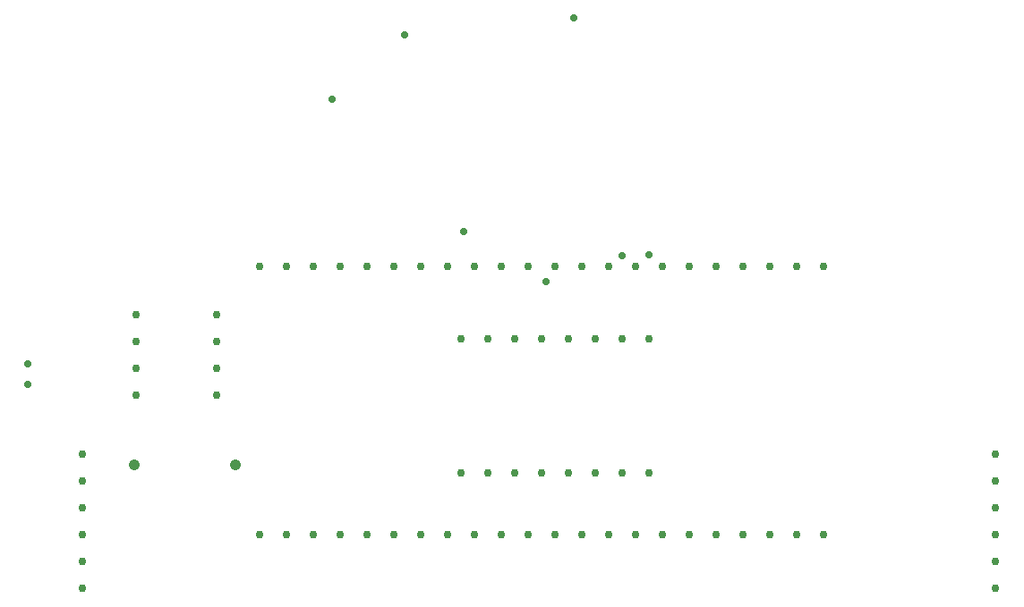
<source format=gbr>
%TF.GenerationSoftware,Altium Limited,Altium Designer,24.2.2 (26)*%
G04 Layer_Color=0*
%FSLAX45Y45*%
%MOMM*%
%TF.SameCoordinates,259198F7-C233-4D65-A8A2-2B75CB696E96*%
%TF.FilePolarity,Positive*%
%TF.FileFunction,Plated,1,2,PTH,Drill*%
%TF.Part,Single*%
G01*
G75*
%TA.AperFunction,ComponentDrill*%
%ADD46C,0.76200*%
%ADD47C,0.76200*%
%ADD48C,1.05000*%
%ADD49C,0.70000*%
%TA.AperFunction,ViaDrill,NotFilled*%
%ADD50C,0.71120*%
D46*
X12090400Y4699000D02*
D03*
X11836400D02*
D03*
X11582400D02*
D03*
X11328400D02*
D03*
X11074400D02*
D03*
X10820400D02*
D03*
X10566400D02*
D03*
X10312400D02*
D03*
X10058400D02*
D03*
X9804400D02*
D03*
X9550400D02*
D03*
X9296400D02*
D03*
X9042400D02*
D03*
X8788400D02*
D03*
X8534400D02*
D03*
X8280400D02*
D03*
X8026400D02*
D03*
X7772400D02*
D03*
X7518400D02*
D03*
X7264400D02*
D03*
X7010400D02*
D03*
X12344400Y2159000D02*
D03*
X12090400D02*
D03*
X11836400D02*
D03*
X11582400D02*
D03*
X11328400D02*
D03*
X11074400D02*
D03*
X10820400D02*
D03*
X10566400D02*
D03*
X10312400D02*
D03*
X10058400D02*
D03*
X9804400D02*
D03*
X9550400D02*
D03*
X9296400D02*
D03*
X9042400D02*
D03*
X8788400D02*
D03*
X8280400D02*
D03*
X8026400D02*
D03*
X7772400D02*
D03*
X7518400D02*
D03*
X7264400D02*
D03*
X7010400D02*
D03*
X12344400Y4699000D02*
D03*
X8534400Y2159000D02*
D03*
X8915400Y4013200D02*
D03*
X9169400D02*
D03*
X9423400D02*
D03*
X9677400D02*
D03*
X9931400D02*
D03*
X10185400D02*
D03*
X10439400D02*
D03*
X10693400D02*
D03*
Y2743200D02*
D03*
X10439400D02*
D03*
X10185400D02*
D03*
X9931400D02*
D03*
X9677400D02*
D03*
X9423400D02*
D03*
X9169400D02*
D03*
X8915400D02*
D03*
D47*
X6604000Y3479800D02*
D03*
Y3733800D02*
D03*
Y3987800D02*
D03*
Y4241800D02*
D03*
X5842000Y3479800D02*
D03*
Y3733800D02*
D03*
Y3987800D02*
D03*
Y4241800D02*
D03*
X13970000Y2921000D02*
D03*
Y2667000D02*
D03*
Y2413000D02*
D03*
Y2159000D02*
D03*
Y1905000D02*
D03*
Y1651000D02*
D03*
X5334000D02*
D03*
Y1905000D02*
D03*
Y2159000D02*
D03*
Y2413000D02*
D03*
Y2667000D02*
D03*
Y2921000D02*
D03*
D48*
X5822198Y2819400D02*
D03*
X6776202D02*
D03*
D49*
X4816998Y3583000D02*
D03*
Y3783000D02*
D03*
D50*
X7688580Y6286500D02*
D03*
X8940800Y5034280D02*
D03*
X9713676Y4557476D02*
D03*
X10439400Y4800600D02*
D03*
X10693400Y4808220D02*
D03*
X9977120Y7053580D02*
D03*
X8382000Y6898640D02*
D03*
%TF.MD5,d0ad791342a10c40bda581ed5eacdbeb*%
M02*

</source>
